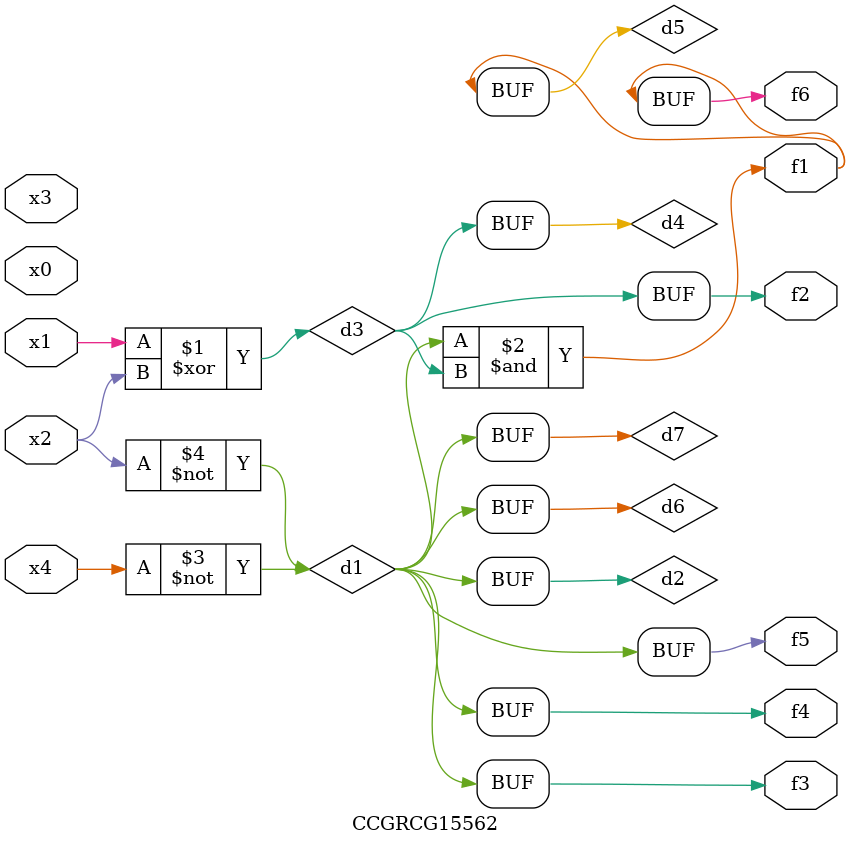
<source format=v>
module CCGRCG15562(
	input x0, x1, x2, x3, x4,
	output f1, f2, f3, f4, f5, f6
);

	wire d1, d2, d3, d4, d5, d6, d7;

	not (d1, x4);
	not (d2, x2);
	xor (d3, x1, x2);
	buf (d4, d3);
	and (d5, d1, d3);
	buf (d6, d1, d2);
	buf (d7, d2);
	assign f1 = d5;
	assign f2 = d4;
	assign f3 = d7;
	assign f4 = d7;
	assign f5 = d7;
	assign f6 = d5;
endmodule

</source>
